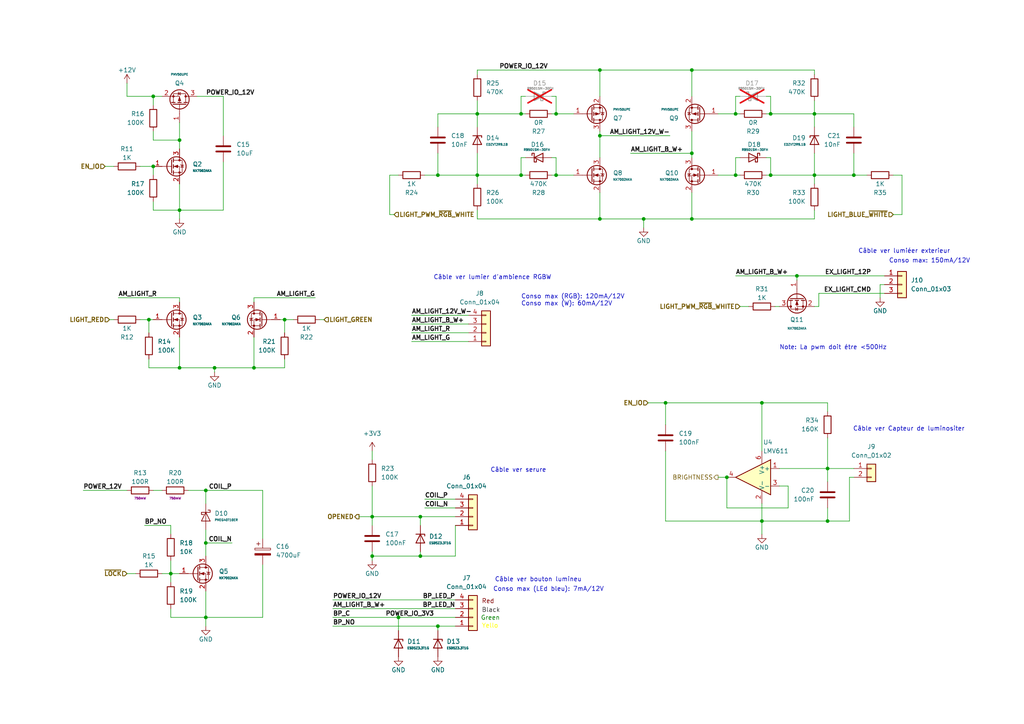
<source format=kicad_sch>
(kicad_sch (version 20231120) (generator "eeschema") (generator_version "8.0")
  (paper "A4")
  (lib_symbols
    (symbol "AM163:LMV611" (pin_names (offset 0.127))
      (property "Reference" "U" (at 3.81 3.81 0))
      (property "Value" "LMV611" (at 3.81 -3.81 0))
      (symbol "LMV611_0_1"
        (polyline (pts (xy -5.08 5.08) (xy 5.08 0) (xy -5.08 -5.08) (xy -5.08 5.08)) (stroke (width 0.254)) (fill (type background)))
      )
      (symbol "LMV611_1_1"
        (pin input line (at -7.62 2.54 0) (length 2.54) (name "+") (number "1"))
        (pin power_in line (at -2.54 -7.62 90) (length 3.81) (name "V-") (number "2"))
        (pin input line (at -7.62 -2.54 0) (length 2.54) (name "-") (number "3"))
        (pin output line (at 7.62 0 180) (length 2.54) (name "~") (number "4"))
        (pin power_in line (at -2.54 7.62 270) (length 3.81) (name "V+") (number "6"))
      )
    )
    (symbol "Connector_Generic:Conn_01x02" (pin_names (offset 1.016) hide)
      (property "Reference" "J" (at 0 2.54 0))
      (property "Value" "Conn_01x02" (at 0 -5.08 0))
      (symbol "Conn_01x02_1_1"
        (rectangle (start -1.27 -2.413) (end 0 -2.667) (stroke (width 0.1524)))
        (rectangle (start -1.27 0.127) (end 0 -0.127) (stroke (width 0.1524)))
        (rectangle (start -1.27 1.27) (end 1.27 -3.81) (stroke (width 0.254)) (fill (type background)))
        (pin passive line (at -5.08 0 0) (length 3.81) (name "Pin_1") (number "1"))
        (pin passive line (at -5.08 -2.54 0) (length 3.81) (name "Pin_2") (number "2"))
      )
    )
    (symbol "Connector_Generic:Conn_01x03" (pin_names (offset 1.016) hide)
      (property "Reference" "J" (at 0 5.08 0))
      (property "Value" "Conn_01x03" (at 0 -5.08 0))
      (symbol "Conn_01x03_1_1"
        (rectangle (start -1.27 -2.413) (end 0 -2.667) (stroke (width 0.1524)))
        (rectangle (start -1.27 0.127) (end 0 -0.127) (stroke (width 0.1524)))
        (rectangle (start -1.27 2.667) (end 0 2.413) (stroke (width 0.1524)))
        (rectangle (start -1.27 3.81) (end 1.27 -3.81) (stroke (width 0.254)) (fill (type background)))
        (pin passive line (at -5.08 2.54 0) (length 3.81) (name "Pin_1") (number "1"))
        (pin passive line (at -5.08 0 0) (length 3.81) (name "Pin_2") (number "2"))
        (pin passive line (at -5.08 -2.54 0) (length 3.81) (name "Pin_3") (number "3"))
      )
    )
    (symbol "Connector_Generic:Conn_01x04" (pin_names (offset 1.016) hide)
      (property "Reference" "J" (at 0 5.08 0))
      (property "Value" "Conn_01x04" (at 0 -7.62 0))
      (symbol "Conn_01x04_1_1"
        (rectangle (start -1.27 -4.953) (end 0 -5.207) (stroke (width 0.1524)))
        (rectangle (start -1.27 -2.413) (end 0 -2.667) (stroke (width 0.1524)))
        (rectangle (start -1.27 0.127) (end 0 -0.127) (stroke (width 0.1524)))
        (rectangle (start -1.27 2.667) (end 0 2.413) (stroke (width 0.1524)))
        (rectangle (start -1.27 3.81) (end 1.27 -6.35) (stroke (width 0.254)) (fill (type background)))
        (pin passive line (at -5.08 2.54 0) (length 3.81) (name "Pin_1") (number "1"))
        (pin passive line (at -5.08 0 0) (length 3.81) (name "Pin_2") (number "2"))
        (pin passive line (at -5.08 -2.54 0) (length 3.81) (name "Pin_3") (number "3"))
        (pin passive line (at -5.08 -5.08 0) (length 3.81) (name "Pin_4") (number "4"))
      )
    )
    (symbol "Device:C" (pin_numbers hide) (pin_names (offset 0.254))
      (property "Reference" "C" (at 0.635 2.54 0))
      (property "Value" "C" (at 0.635 -2.54 0))
      (symbol "C_0_1"
        (polyline (pts (xy -2.032 -0.762) (xy 2.032 -0.762)) (stroke (width 0.508)))
        (polyline (pts (xy -2.032 0.762) (xy 2.032 0.762)) (stroke (width 0.508)))
      )
      (symbol "C_1_1"
        (pin passive line (at 0 3.81 270) (length 2.794) (name "~") (number "1"))
        (pin passive line (at 0 -3.81 90) (length 2.794) (name "~") (number "2"))
      )
    )
    (symbol "Device:C_Polarized" (pin_numbers hide) (pin_names (offset 0.254))
      (property "Reference" "C" (at 0.635 2.54 0))
      (property "Value" "C_Polarized" (at 0.635 -2.54 0))
      (symbol "C_Polarized_0_1"
        (rectangle (start -2.286 0.508) (end 2.286 1.016))
        (polyline (pts (xy -1.778 2.286) (xy -0.762 2.286)))
        (polyline (pts (xy -1.27 2.794) (xy -1.27 1.778)))
        (rectangle (start 2.286 -0.508) (end -2.286 -1.016) (fill (type outline)))
      )
      (symbol "C_Polarized_1_1"
        (pin passive line (at 0 3.81 270) (length 2.794) (name "~") (number "1"))
        (pin passive line (at 0 -3.81 90) (length 2.794) (name "~") (number "2"))
      )
    )
    (symbol "Device:D_Schottky" (pin_numbers hide) (pin_names (offset 1.016) hide)
      (property "Reference" "D" (at 0 2.54 0))
      (property "Value" "D_Schottky" (at 0 -2.54 0))
      (symbol "D_Schottky_0_1"
        (polyline (pts (xy 1.27 0) (xy -1.27 0)))
        (polyline (pts (xy 1.27 1.27) (xy 1.27 -1.27) (xy -1.27 0) (xy 1.27 1.27)) (stroke (width 0.254)))
        (polyline (pts (xy -1.905 0.635) (xy -1.905 1.27) (xy -1.27 1.27) (xy -1.27 -1.27) (xy -0.635 -1.27) (xy -0.635 -0.635)) (stroke (width 0.254)))
      )
      (symbol "D_Schottky_1_1"
        (pin passive line (at -3.81 0 0) (length 2.54) (name "K") (number "1"))
        (pin passive line (at 3.81 0 180) (length 2.54) (name "A") (number "2"))
      )
    )
    (symbol "Device:D_Zener" (pin_numbers hide) (pin_names (offset 1.016) hide)
      (property "Reference" "D" (at 0 2.54 0))
      (property "Value" "D_Zener" (at 0 -2.54 0))
      (symbol "D_Zener_0_1"
        (polyline (pts (xy 1.27 0) (xy -1.27 0)))
        (polyline (pts (xy -1.27 -1.27) (xy -1.27 1.27) (xy -0.762 1.27)) (stroke (width 0.254)))
        (polyline (pts (xy 1.27 -1.27) (xy 1.27 1.27) (xy -1.27 0) (xy 1.27 -1.27)) (stroke (width 0.254)))
      )
      (symbol "D_Zener_1_1"
        (pin passive line (at -3.81 0 0) (length 2.54) (name "K") (number "1"))
        (pin passive line (at 3.81 0 180) (length 2.54) (name "A") (number "2"))
      )
    )
    (symbol "Device:Q_NMOS_GSD" (pin_names (offset 0) hide)
      (property "Reference" "Q" (at 5.08 1.27 0))
      (property "Value" "Q_NMOS_GSD" (at 5.08 -1.27 0))
      (symbol "Q_NMOS_GSD_0_1"
        (polyline (pts (xy 0.254 0) (xy -2.54 0)))
        (polyline (pts (xy 0.254 1.905) (xy 0.254 -1.905)) (stroke (width 0.254)))
        (polyline (pts (xy 0.762 -1.27) (xy 0.762 -2.286)) (stroke (width 0.254)))
        (polyline (pts (xy 0.762 0.508) (xy 0.762 -0.508)) (stroke (width 0.254)))
        (polyline (pts (xy 0.762 2.286) (xy 0.762 1.27)) (stroke (width 0.254)))
        (polyline (pts (xy 2.54 2.54) (xy 2.54 1.778)))
        (polyline (pts (xy 2.54 -2.54) (xy 2.54 0) (xy 0.762 0)))
        (polyline (pts (xy 0.762 -1.778) (xy 3.302 -1.778) (xy 3.302 1.778) (xy 0.762 1.778)))
        (polyline (pts (xy 1.016 0) (xy 2.032 0.381) (xy 2.032 -0.381) (xy 1.016 0)) (fill (type outline)))
        (polyline (pts (xy 2.794 0.508) (xy 2.921 0.381) (xy 3.683 0.381) (xy 3.81 0.254)))
        (polyline (pts (xy 3.302 0.381) (xy 2.921 -0.254) (xy 3.683 -0.254) (xy 3.302 0.381)))
        (circle (center 1.651 0) (radius 2.794) (stroke (width 0.254)))
        (circle (center 2.54 -1.778) (radius 0.254) (fill (type outline)))
        (circle (center 2.54 1.778) (radius 0.254) (fill (type outline)))
      )
      (symbol "Q_NMOS_GSD_1_1"
        (pin input line (at -5.08 0 0) (length 2.54) (name "G") (number "1"))
        (pin passive line (at 2.54 -5.08 90) (length 2.54) (name "S") (number "2"))
        (pin passive line (at 2.54 5.08 270) (length 2.54) (name "D") (number "3"))
      )
    )
    (symbol "Device:Q_PMOS_GSD" (pin_names (offset 0) hide)
      (property "Reference" "Q" (at 5.08 1.27 0))
      (property "Value" "Q_PMOS_GSD" (at 5.08 -1.27 0))
      (symbol "Q_PMOS_GSD_0_1"
        (polyline (pts (xy 0.254 0) (xy -2.54 0)))
        (polyline (pts (xy 0.254 1.905) (xy 0.254 -1.905)) (stroke (width 0.254)))
        (polyline (pts (xy 0.762 -1.27) (xy 0.762 -2.286)) (stroke (width 0.254)))
        (polyline (pts (xy 0.762 0.508) (xy 0.762 -0.508)) (stroke (width 0.254)))
        (polyline (pts (xy 0.762 2.286) (xy 0.762 1.27)) (stroke (width 0.254)))
        (polyline (pts (xy 2.54 2.54) (xy 2.54 1.778)))
        (polyline (pts (xy 2.54 -2.54) (xy 2.54 0) (xy 0.762 0)))
        (polyline (pts (xy 0.762 1.778) (xy 3.302 1.778) (xy 3.302 -1.778) (xy 0.762 -1.778)))
        (polyline (pts (xy 2.286 0) (xy 1.27 0.381) (xy 1.27 -0.381) (xy 2.286 0)) (fill (type outline)))
        (polyline (pts (xy 2.794 -0.508) (xy 2.921 -0.381) (xy 3.683 -0.381) (xy 3.81 -0.254)))
        (polyline (pts (xy 3.302 -0.381) (xy 2.921 0.254) (xy 3.683 0.254) (xy 3.302 -0.381)))
        (circle (center 1.651 0) (radius 2.794) (stroke (width 0.254)))
        (circle (center 2.54 -1.778) (radius 0.254) (fill (type outline)))
        (circle (center 2.54 1.778) (radius 0.254) (fill (type outline)))
      )
      (symbol "Q_PMOS_GSD_1_1"
        (pin input line (at -5.08 0 0) (length 2.54) (name "G") (number "1"))
        (pin passive line (at 2.54 -5.08 90) (length 2.54) (name "S") (number "2"))
        (pin passive line (at 2.54 5.08 270) (length 2.54) (name "D") (number "3"))
      )
    )
    (symbol "Device:R" (pin_numbers hide) (pin_names (offset 0))
      (property "Reference" "R" (at 2.032 0 90))
      (property "Value" "R" (at 0 0 90))
      (symbol "R_0_1"
        (rectangle (start -1.016 -2.54) (end 1.016 2.54) (stroke (width 0.254)))
      )
      (symbol "R_1_1"
        (pin passive line (at 0 3.81 270) (length 1.27) (name "~") (number "1"))
        (pin passive line (at 0 -3.81 90) (length 1.27) (name "~") (number "2"))
      )
    )
    (symbol "Diode:ESD5Zxx" (pin_numbers hide) (pin_names hide)
      (property "Reference" "D" (at 0 2.54 0))
      (property "Value" "ESD5Zxx" (at 0 -2.54 0))
      (symbol "ESD5Zxx_0_1"
        (polyline (pts (xy 1.27 0) (xy -1.27 0)))
        (polyline (pts (xy -1.27 -1.27) (xy -1.27 1.27) (xy -0.762 1.27)) (stroke (width 0.254)))
        (polyline (pts (xy 1.27 -1.27) (xy 1.27 1.27) (xy -1.27 0) (xy 1.27 -1.27)) (stroke (width 0.254)))
      )
      (symbol "ESD5Zxx_1_1"
        (pin passive line (at -3.81 0 0) (length 2.54) (name "K") (number "1"))
        (pin passive line (at 3.81 0 180) (length 2.54) (name "A") (number "2"))
      )
    )
    (symbol "Diode:PMEG40T10ER" (pin_numbers hide) (pin_names hide)
      (property "Reference" "D" (at 0 2.54 0))
      (property "Value" "PMEG40T10ER" (at 0 -2.54 0))
      (symbol "PMEG40T10ER_0_1"
        (polyline (pts (xy 1.27 0) (xy -1.27 0)))
        (polyline (pts (xy 1.27 1.27) (xy 1.27 -1.27) (xy -1.27 0) (xy 1.27 1.27)) (stroke (width 0.2032)))
        (polyline (pts (xy -1.905 0.635) (xy -1.905 1.27) (xy -1.27 1.27) (xy -1.27 -1.27) (xy -0.635 -1.27) (xy -0.635 -0.635)) (stroke (width 0.2032)))
      )
      (symbol "PMEG40T10ER_1_1"
        (pin passive line (at -3.81 0 0) (length 2.54) (name "K") (number "1"))
        (pin passive line (at 3.81 0 180) (length 2.54) (name "A") (number "2"))
      )
    )
    (symbol "power:+12V" (power) (pin_names (offset 0))
      (property "Value" "+12V" (at 0 3.556 0))
      (symbol "+12V_0_1"
        (polyline (pts (xy -0.762 1.27) (xy 0 2.54)))
        (polyline (pts (xy 0 0) (xy 0 2.54)))
        (polyline (pts (xy 0 2.54) (xy 0.762 1.27)))
      )
      (symbol "+12V_1_1"
        (pin power_in line (at 0 0 90) (length 0) hide (name "+12V") (number "1"))
      )
    )
    (symbol "power:+3V3" (power) (pin_names (offset 0))
      (property "Value" "+3V3" (at 0 3.556 0))
      (symbol "+3V3_0_1"
        (polyline (pts (xy -0.762 1.27) (xy 0 2.54)))
        (polyline (pts (xy 0 0) (xy 0 2.54)))
        (polyline (pts (xy 0 2.54) (xy 0.762 1.27)))
      )
      (symbol "+3V3_1_1"
        (pin power_in line (at 0 0 90) (length 0) hide (name "+3V3") (number "1"))
      )
    )
    (symbol "power:GND" (power) (pin_names (offset 0))
      (property "Value" "GND" (at 0 -3.81 0))
      (symbol "GND_0_1"
        (polyline (pts (xy 0 0) (xy 0 -1.27) (xy 1.27 -1.27) (xy 0 -2.54) (xy -1.27 -1.27) (xy 0 -1.27)))
      )
      (symbol "GND_1_1"
        (pin power_in line (at 0 0 270) (length 0) hide (name "GND") (number "1"))
      )
    )
  )
  (junction (at 127 181.61))
  (junction (at 173.99 20.32))
  (junction (at 52.07 106.68))
  (junction (at 44.45 27.94))
  (junction (at 151.13 50.8))
  (junction (at 43.18 92.71))
  (junction (at 173.99 39.37))
  (junction (at 62.23 106.68))
  (junction (at 220.98 116.84))
  (junction (at 161.29 50.8))
  (junction (at 121.92 149.86))
  (junction (at 210.82 138.43))
  (junction (at 107.95 161.29))
  (junction (at 107.95 149.86))
  (junction (at 247.65 50.8))
  (junction (at 200.66 63.5))
  (junction (at 127 50.8))
  (junction (at 161.29 33.02))
  (junction (at 82.55 92.71))
  (junction (at 236.22 33.02))
  (junction (at 213.36 33.02))
  (junction (at 138.43 50.8))
  (junction (at 138.43 33.02))
  (junction (at 59.69 157.48))
  (junction (at 49.53 166.37))
  (junction (at 213.36 50.8))
  (junction (at 223.52 33.02))
  (junction (at 151.13 33.02))
  (junction (at 200.66 44.45))
  (junction (at 220.98 151.13))
  (junction (at 240.03 135.89))
  (junction (at 186.69 63.5))
  (junction (at 73.66 106.68))
  (junction (at 59.69 179.07))
  (junction (at 59.69 142.24))
  (junction (at 200.66 20.32))
  (junction (at 193.04 116.84))
  (junction (at 173.99 63.5))
  (junction (at 52.07 60.96))
  (junction (at 44.45 48.26))
  (junction (at 240.03 151.13))
  (junction (at 231.14 80.01))
  (junction (at 115.57 179.07))
  (junction (at 121.92 161.29))
  (junction (at 236.22 50.8))
  (junction (at 223.52 50.8))
  (junction (at 52.07 40.64))
  (wire (pts (xy 193.04 151.13) (xy 220.98 151.13)))
  (wire (pts (xy 62.23 106.68) (xy 73.66 106.68)))
  (wire (pts (xy 222.25 33.02) (xy 223.52 33.02)))
  (wire (pts (xy 237.49 85.09) (xy 256.54 85.09)))
  (wire (pts (xy 186.69 63.5) (xy 200.66 63.5)))
  (wire (pts (xy 255.27 82.55) (xy 255.27 86.36)))
  (wire (pts (xy 194.31 39.37) (xy 173.99 39.37)))
  (wire (pts (xy 173.99 55.88) (xy 173.99 63.5)))
  (wire (pts (xy 119.38 96.52) (xy 135.89 96.52)))
  (wire (pts (xy 96.52 176.53) (xy 132.08 176.53)))
  (wire (pts (xy 236.22 21.59) (xy 236.22 20.32)))
  (wire (pts (xy 151.13 33.02) (xy 138.43 33.02)))
  (wire (pts (xy 220.98 151.13) (xy 240.03 151.13)))
  (wire (pts (xy 127 181.61) (xy 132.08 181.61)))
  (wire (pts (xy 223.52 33.02) (xy 236.22 33.02)))
  (wire (pts (xy 104.14 149.86) (xy 107.95 149.86)))
  (wire (pts (xy 121.92 161.29) (xy 132.08 161.29)))
  (wire (pts (xy 52.07 35.56) (xy 52.07 40.64)))
  (wire (pts (xy 138.43 60.96) (xy 138.43 63.5)))
  (wire (pts (xy 44.45 60.96) (xy 52.07 60.96)))
  (wire (pts (xy 121.92 149.86) (xy 132.08 149.86)))
  (wire (pts (xy 41.91 152.4) (xy 49.53 152.4)))
  (wire (pts (xy 236.22 50.8) (xy 223.52 50.8)))
  (wire (pts (xy 214.63 50.8) (xy 213.36 50.8)))
  (wire (pts (xy 82.55 106.68) (xy 73.66 106.68)))
  (wire (pts (xy 115.57 179.07) (xy 132.08 179.07)))
  (wire (pts (xy 200.66 38.1) (xy 200.66 44.45)))
  (wire (pts (xy 52.07 106.68) (xy 62.23 106.68)))
  (wire (pts (xy 59.69 171.45) (xy 59.69 179.07)))
  (wire (pts (xy 173.99 20.32) (xy 173.99 27.94)))
  (wire (pts (xy 76.2 179.07) (xy 59.69 179.07)))
  (wire (pts (xy 231.14 80.01) (xy 231.14 81.28)))
  (wire (pts (xy 44.45 40.64) (xy 52.07 40.64)))
  (wire (pts (xy 246.38 138.43) (xy 247.65 138.43)))
  (wire (pts (xy 236.22 29.21) (xy 236.22 33.02)))
  (wire (pts (xy 236.22 33.02) (xy 236.22 36.83)))
  (wire (pts (xy 46.99 166.37) (xy 49.53 166.37)))
  (wire (pts (xy 59.69 179.07) (xy 59.69 181.61)))
  (wire (pts (xy 119.38 93.98) (xy 135.89 93.98)))
  (wire (pts (xy 240.03 151.13) (xy 246.38 151.13)))
  (wire (pts (xy 138.43 20.32) (xy 138.43 21.59)))
  (wire (pts (xy 52.07 53.34) (xy 52.07 60.96)))
  (wire (pts (xy 213.36 80.01) (xy 231.14 80.01)))
  (wire (pts (xy 36.83 166.37) (xy 39.37 166.37)))
  (wire (pts (xy 59.69 142.24) (xy 76.2 142.24)))
  (wire (pts (xy 236.22 50.8) (xy 236.22 53.34)))
  (wire (pts (xy 52.07 60.96) (xy 52.07 63.5)))
  (wire (pts (xy 49.53 166.37) (xy 49.53 168.91)))
  (wire (pts (xy 220.98 146.05) (xy 220.98 151.13)))
  (wire (pts (xy 160.02 27.94) (xy 161.29 27.94)))
  (wire (pts (xy 240.03 139.7) (xy 240.03 135.89)))
  (wire (pts (xy 59.69 157.48) (xy 67.31 157.48)))
  (wire (pts (xy 59.69 146.05) (xy 59.69 142.24)))
  (wire (pts (xy 138.43 33.02) (xy 138.43 36.83)))
  (wire (pts (xy 240.03 147.32) (xy 240.03 151.13)))
  (wire (pts (xy 228.6 140.97) (xy 228.6 147.32)))
  (wire (pts (xy 240.03 116.84) (xy 240.03 119.38)))
  (wire (pts (xy 173.99 39.37) (xy 173.99 45.72)))
  (wire (pts (xy 161.29 45.72) (xy 161.29 50.8)))
  (wire (pts (xy 107.95 130.81) (xy 107.95 133.35)))
  (wire (pts (xy 43.18 92.71) (xy 44.45 92.71)))
  (wire (pts (xy 73.66 97.79) (xy 73.66 106.68)))
  (wire (pts (xy 237.49 88.9) (xy 237.49 85.09)))
  (wire (pts (xy 161.29 27.94) (xy 161.29 33.02)))
  (wire (pts (xy 82.55 92.71) (xy 82.55 96.52)))
  (wire (pts (xy 36.83 27.94) (xy 44.45 27.94)))
  (wire (pts (xy 261.62 62.23) (xy 261.62 50.8)))
  (wire (pts (xy 115.57 179.07) (xy 115.57 182.88)))
  (wire (pts (xy 44.45 142.24) (xy 46.99 142.24)))
  (wire (pts (xy 62.23 106.68) (xy 62.23 107.95)))
  (wire (pts (xy 200.66 44.45) (xy 200.66 45.72)))
  (wire (pts (xy 231.14 80.01) (xy 256.54 80.01)))
  (wire (pts (xy 138.43 29.21) (xy 138.43 33.02)))
  (wire (pts (xy 52.07 97.79) (xy 52.07 106.68)))
  (wire (pts (xy 59.69 153.67) (xy 59.69 157.48)))
  (wire (pts (xy 59.69 157.48) (xy 59.69 161.29)))
  (wire (pts (xy 186.69 63.5) (xy 186.69 66.04)))
  (wire (pts (xy 151.13 45.72) (xy 151.13 50.8)))
  (wire (pts (xy 200.66 27.94) (xy 200.66 20.32)))
  (wire (pts (xy 160.02 50.8) (xy 161.29 50.8)))
  (wire (pts (xy 44.45 38.1) (xy 44.45 40.64)))
  (wire (pts (xy 138.43 63.5) (xy 173.99 63.5)))
  (wire (pts (xy 52.07 86.36) (xy 52.07 87.63)))
  (wire (pts (xy 96.52 179.07) (xy 115.57 179.07)))
  (wire (pts (xy 73.66 86.36) (xy 73.66 87.63)))
  (wire (pts (xy 64.77 60.96) (xy 52.07 60.96)))
  (wire (pts (xy 123.19 147.32) (xy 132.08 147.32)))
  (wire (pts (xy 82.55 92.71) (xy 85.09 92.71)))
  (wire (pts (xy 107.95 149.86) (xy 121.92 149.86)))
  (wire (pts (xy 151.13 50.8) (xy 152.4 50.8)))
  (wire (pts (xy 223.52 45.72) (xy 223.52 50.8)))
  (wire (pts (xy 213.36 27.94) (xy 213.36 33.02)))
  (wire (pts (xy 52.07 40.64) (xy 52.07 43.18)))
  (wire (pts (xy 43.18 104.14) (xy 43.18 106.68)))
  (wire (pts (xy 200.66 63.5) (xy 236.22 63.5)))
  (wire (pts (xy 236.22 44.45) (xy 236.22 50.8)))
  (wire (pts (xy 223.52 27.94) (xy 223.52 33.02)))
  (wire (pts (xy 173.99 38.1) (xy 173.99 39.37)))
  (wire (pts (xy 114.3 62.23) (xy 113.03 62.23)))
  (wire (pts (xy 200.66 55.88) (xy 200.66 63.5)))
  (wire (pts (xy 226.06 140.97) (xy 228.6 140.97)))
  (wire (pts (xy 107.95 149.86) (xy 107.95 152.4)))
  (wire (pts (xy 46.99 27.94) (xy 44.45 27.94)))
  (wire (pts (xy 251.46 50.8) (xy 247.65 50.8)))
  (wire (pts (xy 30.48 48.26) (xy 33.02 48.26)))
  (wire (pts (xy 152.4 27.94) (xy 151.13 27.94)))
  (wire (pts (xy 76.2 163.83) (xy 76.2 179.07)))
  (wire (pts (xy 200.66 20.32) (xy 236.22 20.32)))
  (wire (pts (xy 121.92 149.86) (xy 121.92 152.4)))
  (wire (pts (xy 210.82 147.32) (xy 228.6 147.32)))
  (wire (pts (xy 43.18 106.68) (xy 52.07 106.68)))
  (wire (pts (xy 226.06 135.89) (xy 240.03 135.89)))
  (wire (pts (xy 138.43 50.8) (xy 138.43 53.34)))
  (wire (pts (xy 200.66 20.32) (xy 173.99 20.32)))
  (wire (pts (xy 49.53 176.53) (xy 49.53 179.07)))
  (wire (pts (xy 151.13 27.94) (xy 151.13 33.02)))
  (wire (pts (xy 40.64 92.71) (xy 43.18 92.71)))
  (wire (pts (xy 223.52 50.8) (xy 222.25 50.8)))
  (wire (pts (xy 160.02 45.72) (xy 161.29 45.72)))
  (wire (pts (xy 161.29 50.8) (xy 166.37 50.8)))
  (wire (pts (xy 82.55 104.14) (xy 82.55 106.68)))
  (wire (pts (xy 240.03 135.89) (xy 247.65 135.89)))
  (wire (pts (xy 193.04 116.84) (xy 220.98 116.84)))
  (wire (pts (xy 193.04 116.84) (xy 193.04 123.19)))
  (wire (pts (xy 247.65 44.45) (xy 247.65 50.8)))
  (wire (pts (xy 182.88 44.45) (xy 200.66 44.45)))
  (wire (pts (xy 152.4 45.72) (xy 151.13 45.72)))
  (wire (pts (xy 222.25 27.94) (xy 223.52 27.94)))
  (wire (pts (xy 236.22 88.9) (xy 237.49 88.9)))
  (wire (pts (xy 220.98 151.13) (xy 220.98 154.94)))
  (wire (pts (xy 119.38 99.06) (xy 135.89 99.06)))
  (wire (pts (xy 49.53 162.56) (xy 49.53 166.37)))
  (wire (pts (xy 96.52 181.61) (xy 127 181.61)))
  (wire (pts (xy 247.65 50.8) (xy 236.22 50.8)))
  (wire (pts (xy 113.03 62.23) (xy 113.03 50.8)))
  (wire (pts (xy 208.28 33.02) (xy 213.36 33.02)))
  (wire (pts (xy 222.25 45.72) (xy 223.52 45.72)))
  (wire (pts (xy 236.22 60.96) (xy 236.22 63.5)))
  (wire (pts (xy 187.96 116.84) (xy 193.04 116.84)))
  (wire (pts (xy 57.15 27.94) (xy 64.77 27.94)))
  (wire (pts (xy 127 50.8) (xy 138.43 50.8)))
  (wire (pts (xy 138.43 50.8) (xy 151.13 50.8)))
  (wire (pts (xy 213.36 45.72) (xy 213.36 50.8)))
  (wire (pts (xy 44.45 48.26) (xy 44.45 50.8)))
  (wire (pts (xy 107.95 161.29) (xy 121.92 161.29)))
  (wire (pts (xy 220.98 130.81) (xy 220.98 116.84)))
  (wire (pts (xy 123.19 50.8) (xy 127 50.8)))
  (wire (pts (xy 64.77 46.99) (xy 64.77 60.96)))
  (wire (pts (xy 107.95 140.97) (xy 107.95 149.86)))
  (wire (pts (xy 127 33.02) (xy 138.43 33.02)))
  (wire (pts (xy 127 36.83) (xy 127 33.02)))
  (wire (pts (xy 107.95 161.29) (xy 107.95 162.56)))
  (wire (pts (xy 224.79 88.9) (xy 226.06 88.9)))
  (wire (pts (xy 193.04 130.81) (xy 193.04 151.13)))
  (wire (pts (xy 240.03 127) (xy 240.03 135.89)))
  (wire (pts (xy 96.52 173.99) (xy 132.08 173.99)))
  (wire (pts (xy 54.61 142.24) (xy 59.69 142.24)))
  (wire (pts (xy 161.29 33.02) (xy 160.02 33.02)))
  (wire (pts (xy 92.71 92.71) (xy 93.98 92.71)))
  (wire (pts (xy 64.77 27.94) (xy 64.77 39.37)))
  (wire (pts (xy 43.18 92.71) (xy 43.18 96.52)))
  (wire (pts (xy 246.38 138.43) (xy 246.38 151.13)))
  (wire (pts (xy 214.63 45.72) (xy 213.36 45.72)))
  (wire (pts (xy 36.83 24.13) (xy 36.83 27.94)))
  (wire (pts (xy 247.65 36.83) (xy 247.65 33.02)))
  (wire (pts (xy 213.36 50.8) (xy 208.28 50.8)))
  (wire (pts (xy 44.45 58.42) (xy 44.45 60.96)))
  (wire (pts (xy 107.95 160.02) (xy 107.95 161.29)))
  (wire (pts (xy 138.43 44.45) (xy 138.43 50.8)))
  (wire (pts (xy 73.66 86.36) (xy 91.44 86.36)))
  (wire (pts (xy 81.28 92.71) (xy 82.55 92.71)))
  (wire (pts (xy 132.08 152.4) (xy 132.08 161.29)))
  (wire (pts (xy 127 44.45) (xy 127 50.8)))
  (wire (pts (xy 220.98 116.84) (xy 240.03 116.84)))
  (wire (pts (xy 213.36 33.02) (xy 214.63 33.02)))
  (wire (pts (xy 49.53 152.4) (xy 49.53 154.94)))
  (wire (pts (xy 121.92 160.02) (xy 121.92 161.29)))
  (wire (pts (xy 173.99 63.5) (xy 186.69 63.5)))
  (wire (pts (xy 261.62 50.8) (xy 259.08 50.8)))
  (wire (pts (xy 138.43 20.32) (xy 173.99 20.32)))
  (wire (pts (xy 113.03 50.8) (xy 115.57 50.8)))
  (wire (pts (xy 214.63 27.94) (xy 213.36 27.94)))
  (wire (pts (xy 127 181.61) (xy 127 182.88)))
  (wire (pts (xy 119.38 91.44) (xy 135.89 91.44)))
  (wire (pts (xy 152.4 33.02) (xy 151.13 33.02)))
  (wire (pts (xy 44.45 27.94) (xy 44.45 30.48)))
  (wire (pts (xy 40.64 48.26) (xy 44.45 48.26)))
  (wire (pts (xy 210.82 147.32) (xy 210.82 138.43)))
  (wire (pts (xy 247.65 33.02) (xy 236.22 33.02)))
  (wire (pts (xy 214.63 88.9) (xy 217.17 88.9)))
  (wire (pts (xy 76.2 156.21) (xy 76.2 142.24)))
  (wire (pts (xy 208.28 138.43) (xy 210.82 138.43)))
  (wire (pts (xy 123.19 144.78) (xy 132.08 144.78)))
  (wire (pts (xy 49.53 166.37) (xy 52.07 166.37)))
  (wire (pts (xy 31.75 92.71) (xy 33.02 92.71)))
  (wire (pts (xy 49.53 179.07) (xy 59.69 179.07)))
  (wire (pts (xy 261.62 62.23) (xy 259.08 62.23)))
  (wire (pts (xy 166.37 33.02) (xy 161.29 33.02)))
  (wire (pts (xy 24.13 142.24) (xy 36.83 142.24)))
  (wire (pts (xy 255.27 82.55) (xy 256.54 82.55)))
  (wire (pts (xy 34.29 86.36) (xy 52.07 86.36)))
  (text "Conso max: 150mA/12V" (at 257.81 76.454 0) (effects (font (size 1.27 1.27)) (justify left bottom)))
  (text "Green" (at 139.446 180.086 0) (effects (font (size 1.27 1.27)) (justify left bottom)))
  (text "Red" (at 139.7 175.26 0) (effects (font (size 1.27 1.27)) (justify left bottom)))
  (text "Câble ver serure" (at 142.24 137.16 0) (effects (font (size 1.27 1.27)) (justify left bottom)))
  (text "Câble ver lumiéer exterieur" (at 248.92 73.66 0) (effects (font (size 1.27 1.27)) (justify left bottom)))
  (text "Yello" (at 139.7 182.372 0) (effects (font (size 1.27 1.27)) (justify left bottom)))
  (text "Black" (at 139.7 177.8 0) (effects (font (size 1.27 1.27)) (justify left bottom)))
  (text "Câble ver Capteur de luminositer" (at 247.396 125.222 0) (effects (font (size 1.27 1.27)) (justify left bottom)))
  (text "Conso max (LEd bleu): 7mA/12V" (at 143.002 171.704 0) (effects (font (size 1.27 1.27)) (justify left bottom)))
  (text "Câble ver lumier d'ambience RGBW" (at 125.73 81.28 0) (effects (font (size 1.27 1.27)) (justify left bottom)))
  (text "Conso max (RGB): 120mA/12V\nConso max (W): 60mA/12V" (at 151.13 88.9 0) (effects (font (size 1.27 1.27)) (justify left bottom)))
  (text "Note: La pwm doit étre <500Hz" (at 226.06 101.6 0) (effects (font (size 1.27 1.27)) (justify left bottom)))
  (text "Câble ver bouton lumineu" (at 143.51 168.91 0) (effects (font (size 1.27 1.27)) (justify left bottom)))
  (label "AM_LIGHT_R" (at 119.38 96.52 0) (effects (font (bold yes))))
  (label "COIL_N" (at 67.31 157.48 180) (effects (font (bold yes))))
  (label "AM_LIGHT_G" (at 119.38 99.06 0) (effects (font (bold yes))))
  (label "COIL_N" (at 123.19 147.32 0) (effects (font (bold yes))))
  (label "AM_LIGHT_G" (at 91.44 86.36 180) (effects (font (bold yes))))
  (label "AM_LIGHT_12V_W-" (at 194.31 39.37 180) (effects (font (bold yes))))
  (label "POWER_IO_12V" (at 59.69 27.94 0) (effects (font (bold yes))))
  (label "AM_LIGHT_B_W+" (at 119.38 93.98 0) (effects (font (bold yes))))
  (label "BP_LED_P" (at 132.08 173.99 180) (effects (font (bold yes))))
  (label "EX_LIGHT_CMD" (at 252.73 85.09 180) (effects (font (bold yes))))
  (label "BP_NO" (at 96.52 181.61 0) (effects (font (bold yes))))
  (label "AM_LIGHT_R" (at 34.29 86.36 0) (effects (font (bold yes))))
  (label "COIL_P" (at 123.19 144.78 0) (effects (font (bold yes))))
  (label "BP_C" (at 96.52 179.07 0) (effects (font (bold yes))))
  (label "POWER_IO_3V3" (at 111.76 179.07 0) (effects (font (bold yes))))
  (label "BP_NO" (at 41.91 152.4 0) (effects (font (bold yes))))
  (label "POWER_IO_12V" (at 96.52 173.99 0) (effects (font (bold yes))))
  (label "POWER_IO_12V" (at 144.78 20.32 0) (effects (font (bold yes))))
  (label "AM_LIGHT_B_W+" (at 96.52 176.53 0) (effects (font (bold yes))))
  (label "COIL_P" (at 67.31 142.24 180) (effects (font (bold yes))))
  (label "EX_LIGHT_12P" (at 252.73 80.01 180) (effects (font (bold yes))))
  (label "AM_LIGHT_B_W+" (at 182.88 44.45 0) (effects (font (bold yes))))
  (label "POWER_12V" (at 24.13 142.24 0) (effects (font (bold yes))))
  (label "BP_LED_N" (at 132.08 176.53 180) (effects (font (bold yes))))
  (label "AM_LIGHT_12V_W-" (at 119.38 91.44 0) (effects (font (bold yes))))
  (label "AM_LIGHT_B_W+" (at 213.36 80.01 0) (effects (font (bold yes))))
  (hierarchical_label "EN_IO" (shape input) (at 187.96 116.84 180) (effects (font (bold yes))))
  (hierarchical_label "LIGHT_PWM_~{RGB}_WHITE" (shape input) (at 214.63 88.9 180) (effects (font (bold yes))))
  (hierarchical_label "LIGHT_BLUE_~{WHITE}" (shape input) (at 259.08 62.23 180) (effects (font (bold yes))))
  (hierarchical_label "LIGHT_PWM_~{RGB}_WHITE" (shape input) (at 114.3 62.23 0) (effects (font (bold yes))))
  (hierarchical_label "EN_IO" (shape input) (at 30.48 48.26 180) (effects (font (bold yes))))
  (hierarchical_label "BRIGHTNESS" (shape output) (at 208.28 138.43 180))
  (hierarchical_label "LIGHT_GREEN" (shape input) (at 93.98 92.71 0) (effects (font (bold yes))))
  (hierarchical_label "OPENED" (shape output) (at 104.14 149.86 180) (effects (font (bold yes))))
  (hierarchical_label "~{LOCK}" (shape input) (at 36.83 166.37 180) (effects (font (bold yes))))
  (hierarchical_label "LIGHT_RED" (shape input) (at 31.75 92.71 180) (effects (font (bold yes))))
  (symbol (lib_id "Device:R") (at 220.98 88.9 90) (unit 1)
    (property "Reference" "R31" (at 220.98 83.82 90))
    (property "Value" "1K" (at 220.98 86.36 90))
    (property "Footprint" "Resistor_SMD:R_0402_1005Metric_Pad0.72x0.64mm_HandSolder" (effects (hide yes)))
  )
  (symbol (lib_id "Device:D_Zener") (at 138.43 40.64 270) (unit 1)
    (property "Reference" "D14" (at 140.97 40.0049 90) (effects (justify left)))
    (property "Value" "EDZVT2R9.1B" (at 140.97 41.91 90) (effects (font (size 0.635 0.635)) (justify left)))
    (property "Footprint" "Diode_SMD:D_SOD-523" (effects (hide yes)))
    (property "Datasheet" "https://fscdn.rohm.com/en/products/databook/datasheet/discrete/diode/zener/edzvt2r9.1b-e.pdf" (effects (hide yes)))
    (property "Description" "Zener diode" (effects (hide yes)))
    (property "Vendor" "ROHM:EDZVT2R9.1B" (effects (hide yes)))
  )
  (symbol (lib_id "Device:D_Schottky") (at 156.21 27.94 0) (mirror y) (unit 1) (dnp yes)
    (property "Reference" "D15" (at 156.5275 24.13 0))
    (property "Value" "RB501SM-30FH" (at 156.718 25.654 0) (effects (font (size 0.635 0.635))))
    (property "Footprint" "Diode_SMD:D_SOD-523" (effects (hide yes)))
    (property "Datasheet" "https://fscdn.rohm.com/en/products/databook/datasheet/discrete/diode/schottky_barrier/rb501sm-30fht2r-e.pdf" (effects (hide yes)))
    (property "Description" "Schottky diode" (effects (hide yes)))
    (property "Vendor" "ROHM:RB501SM-30FH" (effects (hide yes)))
  )
  (symbol (lib_id "Device:Q_NMOS_GSD") (at 57.15 166.37 0) (unit 1)
    (property "Reference" "Q5" (at 63.5 165.735 0) (effects (justify left)))
    (property "Value" "NX7002AKA" (at 63.5 167.64 0) (effects (font (size 0.635 0.635)) (justify left)))
    (property "Footprint" "Package_TO_SOT_SMD:SOT-23" (effects (hide yes)))
    (property "Datasheet" "https://www.farnell.com/datasheets/3621496.pdf" (effects (hide yes)))
    (property "Vendor" "Nexperia:NX7002AKA" (effects (hide yes)))
  )
  (symbol (lib_id "Device:C") (at 193.04 127 0) (unit 1)
    (property "Reference" "C19" (at 196.85 125.73 0) (effects (justify left)))
    (property "Value" "100nF" (at 196.85 128.27 0) (effects (justify left)))
    (property "Footprint" "Capacitor_SMD:C_0402_1005Metric_Pad0.74x0.62mm_HandSolder" (effects (hide yes)))
  )
  (symbol (lib_id "Connector_Generic:Conn_01x03") (at 261.62 82.55 0) (unit 1)
    (property "Reference" "J10" (at 264.16 81.28 0) (effects (justify left)))
    (property "Value" "Conn_01x03" (at 264.16 83.82 0) (effects (justify left)))
    (property "Footprint" "Connector_JST:JST_PH_B3B-PH-K_1x03_P2.00mm_Vertical" (effects (hide yes)))
    (property "Datasheet" "https://www.jst.fr/core/file.get?path=doc/jst/family/pdf/ePH.pdf" (effects (hide yes)))
    (property "Vendor" "JST:B3B-PH-K-S" (effects (hide yes)))
  )
  (symbol (lib_id "Device:D_Schottky") (at 218.44 27.94 0) (unit 1) (dnp yes)
    (property "Reference" "D17" (at 218.1225 24.13 0))
    (property "Value" "RB501SM-30FH" (at 217.932 25.654 0) (effects (font (size 0.635 0.635))))
    (property "Footprint" "Diode_SMD:D_SOD-523" (effects (hide yes)))
    (property "Datasheet" "https://fscdn.rohm.com/en/products/databook/datasheet/discrete/diode/schottky_barrier/rb501sm-30fht2r-e.pdf" (effects (hide yes)))
    (property "Description" "Schottky diode" (effects (hide yes)))
    (property "Vendor" "ROHM:RB501SM-30FH" (effects (hide yes)))
  )
  (symbol (lib_id "Device:R") (at 44.45 34.29 0) (mirror y) (unit 1)
    (property "Reference" "R16" (at 41.91 33.0199 0) (effects (justify left)))
    (property "Value" "100K" (at 41.91 35.5599 0) (effects (justify left)))
    (property "Footprint" "Resistor_SMD:R_0402_1005Metric_Pad0.72x0.64mm_HandSolder" (effects (hide yes)))
  )
  (symbol (lib_id "Device:Q_NMOS_GSD") (at 49.53 92.71 0) (unit 1)
    (property "Reference" "Q3" (at 55.88 92.075 0) (effects (justify left)))
    (property "Value" "NX7002AKA" (at 55.88 93.98 0) (effects (font (size 0.635 0.635)) (justify left)))
    (property "Footprint" "Package_TO_SOT_SMD:SOT-23" (effects (hide yes)))
    (property "Datasheet" "https://www.farnell.com/datasheets/3621496.pdf" (effects (hide yes)))
    (property "Vendor" "Nexperia:NX7002AKA" (effects (hide yes)))
  )
  (symbol (lib_id "power:GND") (at 59.69 181.61 0) (unit 1)
    (property "Reference" "#PWR025" (effects (hide yes)))
    (property "Value" "GND" (at 59.69 185.42 0))
  )
  (symbol (lib_id "Connector_Generic:Conn_01x04") (at 140.97 96.52 0) (mirror x) (unit 1)
    (property "Reference" "J8" (at 139.1285 85.09 0))
    (property "Value" "Conn_01x04" (at 139.1285 87.63 0))
    (property "Footprint" "Connector_JST:JST_PH_B4B-PH-K_1x04_P2.00mm_Vertical" (effects (hide yes)))
    (property "Datasheet" "https://www.jst.fr/core/file.get?path=doc/jst/family/pdf/ePH.pdf" (effects (hide yes)))
    (property "Vendor" "JST:B4B-PH-K-S" (effects (hide yes)))
  )
  (symbol (lib_id "Connector_Generic:Conn_01x02") (at 252.73 135.89 0) (unit 1)
    (property "Reference" "J9" (at 252.73 129.54 0))
    (property "Value" "Conn_01x02" (at 252.73 132.08 0))
    (property "Footprint" "Connector_JST:JST_PH_B2B-PH-K_1x02_P2.00mm_Vertical" (effects (hide yes)))
    (property "Datasheet" "https://www.jst.fr/core/file.get?path=doc/jst/family/pdf/ePH.pdf" (effects (hide yes)))
    (property "Vendor" "JST:B2B-PH-K-S" (effects (hide yes)))
  )
  (symbol (lib_id "Device:R") (at 119.38 50.8 90) (mirror x) (unit 1)
    (property "Reference" "R24" (at 119.38 55.88 90))
    (property "Value" "1K" (at 119.38 53.34 90))
    (property "Footprint" "Resistor_SMD:R_0402_1005Metric_Pad0.72x0.64mm_HandSolder" (effects (hide yes)))
  )
  (symbol (lib_id "Device:R") (at 36.83 92.71 90) (mirror x) (unit 1)
    (property "Reference" "R12" (at 36.83 97.79 90))
    (property "Value" "1K" (at 36.83 95.25 90))
    (property "Footprint" "Resistor_SMD:R_0402_1005Metric_Pad0.72x0.64mm_HandSolder" (effects (hide yes)))
  )
  (symbol (lib_id "power:GND") (at 115.57 190.5 0) (unit 1)
    (property "Reference" "#PWR029" (effects (hide yes)))
    (property "Value" "GND" (at 115.57 194.31 0))
  )
  (symbol (lib_id "Device:Q_NMOS_GSD") (at 203.2 50.8 0) (mirror y) (unit 1)
    (property "Reference" "Q10" (at 196.85 50.165 0) (effects (justify left)))
    (property "Value" "NX7002AKA" (at 196.85 52.07 0) (effects (font (size 0.635 0.635)) (justify left)))
    (property "Footprint" "Package_TO_SOT_SMD:SOT-23" (effects (hide yes)))
    (property "Datasheet" "https://www.farnell.com/datasheets/3621496.pdf" (effects (hide yes)))
    (property "Vendor" "Nexperia:NX7002AKA" (effects (hide yes)))
  )
  (symbol (lib_id "Device:R") (at 218.44 50.8 270) (unit 1)
    (property "Reference" "R30" (at 218.44 55.88 90))
    (property "Value" "470K" (at 218.44 53.34 90))
    (property "Footprint" "Resistor_SMD:R_0402_1005Metric_Pad0.72x0.64mm_HandSolder" (effects (hide yes)))
  )
  (symbol (lib_id "Device:D_Schottky") (at 156.21 45.72 0) (unit 1)
    (property "Reference" "D16" (at 155.8925 41.91 0))
    (property "Value" "RB501SM-30FH" (at 155.702 43.434 0) (effects (font (size 0.635 0.635))))
    (property "Footprint" "Diode_SMD:D_SOD-523" (effects (hide yes)))
    (property "Datasheet" "https://fscdn.rohm.com/en/products/databook/datasheet/discrete/diode/schottky_barrier/rb501sm-30fht2r-e.pdf" (effects (hide yes)))
    (property "Description" "Schottky diode" (effects (hide yes)))
    (property "Vendor" "ROHM:RB501SM-30FH" (effects (hide yes)))
  )
  (symbol (lib_id "Device:R") (at 138.43 25.4 0) (unit 1)
    (property "Reference" "R25" (at 140.97 24.1299 0) (effects (justify left)))
    (property "Value" "470K" (at 140.97 26.6699 0) (effects (justify left)))
    (property "Footprint" "Resistor_SMD:R_0402_1005Metric_Pad0.72x0.64mm_HandSolder" (effects (hide yes)))
  )
  (symbol (lib_id "Device:C") (at 240.03 143.51 0) (mirror y) (unit 1)
    (property "Reference" "C20" (at 236.22 142.24 0) (effects (justify left)))
    (property "Value" "100nF" (at 236.22 144.78 0) (effects (justify left)))
    (property "Footprint" "Capacitor_SMD:C_0402_1005Metric_Pad0.74x0.62mm_HandSolder" (effects (hide yes)))
  )
  (symbol (lib_id "Device:R") (at 44.45 54.61 0) (mirror y) (unit 1)
    (property "Reference" "R17" (at 41.91 53.3399 0) (effects (justify left)))
    (property "Value" "100K" (at 41.91 55.8799 0) (effects (justify left)))
    (property "Footprint" "Resistor_SMD:R_0402_1005Metric_Pad0.72x0.64mm_HandSolder" (effects (hide yes)))
  )
  (symbol (lib_id "Device:R") (at 49.53 158.75 0) (unit 1)
    (property "Reference" "R18" (at 52.07 157.4799 0) (effects (justify left)))
    (property "Value" "10K" (at 52.07 160.0199 0) (effects (justify left)))
    (property "Footprint" "Resistor_SMD:R_0402_1005Metric_Pad0.72x0.64mm_HandSolder" (effects (hide yes)))
  )
  (symbol (lib_id "power:GND") (at 127 190.5 0) (unit 1)
    (property "Reference" "#PWR030" (effects (hide yes)))
    (property "Value" "GND" (at 127 194.31 0))
  )
  (symbol (lib_id "Device:R") (at 138.43 57.15 0) (unit 1)
    (property "Reference" "R26" (at 140.97 55.8799 0) (effects (justify left)))
    (property "Value" "100K" (at 140.97 58.4199 0) (effects (justify left)))
    (property "Footprint" "Resistor_SMD:R_0402_1005Metric_Pad0.72x0.64mm_HandSolder" (effects (hide yes)))
  )
  (symbol (lib_id "Device:C") (at 247.65 40.64 0) (mirror y) (unit 1)
    (property "Reference" "C21" (at 243.84 39.37 0) (effects (justify left)))
    (property "Value" "10nF" (at 243.84 41.91 0) (effects (justify left)))
    (property "Footprint" "Capacitor_SMD:C_0402_1005Metric_Pad0.74x0.62mm_HandSolder" (effects (hide yes)))
  )
  (symbol (lib_id "power:GND") (at 186.69 66.04 0) (unit 1)
    (property "Reference" "#PWR031" (effects (hide yes)))
    (property "Value" "GND" (at 186.69 69.85 0))
  )
  (symbol (lib_id "Diode:PMEG40T10ER") (at 59.69 149.86 270) (unit 1)
    (property "Reference" "D10" (at 62.23 148.9074 90) (effects (justify left)))
    (property "Value" "PMEG40T10ER" (at 62.23 150.8125 90) (effects (font (size 0.635 0.635)) (justify left)))
    (property "Footprint" "Diode_SMD:Nexperia_CFP3_SOD-123W" (effects (hide yes)))
    (property "Datasheet" "https://assets.nexperia.com/documents/data-sheet/PMEG40T10ER.pdf" (effects (hide yes)))
    (property "Description" "40V, 1A low Vf Trench MEGA Schottky barrier rectifier, SOD-123W" (effects (hide yes)))
    (property "Vendor" "Nexperia:PMEG40T10ER" (effects (hide yes)))
  )
  (symbol (lib_id "Device:Q_NMOS_GSD") (at 171.45 50.8 0) (unit 1)
    (property "Reference" "Q8" (at 177.8 50.165 0) (effects (justify left)))
    (property "Value" "NX7002AKA" (at 177.8 52.07 0) (effects (font (size 0.635 0.635)) (justify left)))
    (property "Footprint" "Package_TO_SOT_SMD:SOT-23" (effects (hide yes)))
    (property "Datasheet" "https://www.farnell.com/datasheets/3621496.pdf" (effects (hide yes)))
    (property "Vendor" "Nexperia:NX7002AKA" (effects (hide yes)))
  )
  (symbol (lib_id "Device:Q_PMOS_GSD") (at 203.2 33.02 180) (unit 1)
    (property "Reference" "Q9" (at 196.85 34.29 0) (effects (justify left)))
    (property "Value" "PMV50UPE" (at 196.85 31.75 0) (effects (font (size 0.635 0.635)) (justify left)))
    (property "Footprint" "Package_TO_SOT_SMD:SOT-23" (effects (hide yes)))
    (property "Datasheet" "https://assets.nexperia.com/documents/data-sheet/PMV50UPE.pdf" (effects (hide yes)))
    (property "Vendor" "Nexperia:PMV50UPE" (effects (hide yes)))
  )
  (symbol (lib_id "Device:C_Polarized") (at 76.2 160.02 0) (unit 1)
    (property "Reference" "C16" (at 80.01 158.496 0) (effects (justify left)))
    (property "Value" "4700uF" (at 80.01 161.036 0) (effects (justify left)))
  )
  (symbol (lib_id "Device:Q_NMOS_GSD") (at 76.2 92.71 0) (mirror y) (unit 1)
    (property "Reference" "Q6" (at 69.85 92.075 0) (effects (justify left)))
    (property "Value" "NX7002AKA" (at 69.85 93.98 0) (effects (font (size 0.635 0.635)) (justify left)))
    (property "Footprint" "Package_TO_SOT_SMD:SOT-23" (effects (hide yes)))
    (property "Datasheet" "https://www.farnell.com/datasheets/3621496.pdf" (effects (hide yes)))
    (property "Vendor" "Nexperia:NX7002AKA" (effects (hide yes)))
  )
  (symbol (lib_id "Device:Q_NMOS_GSD") (at 49.53 48.26 0) (unit 1)
    (property "Reference" "Q2" (at 55.88 47.625 0) (effects (justify left)))
    (property "Value" "NX7002AKA" (at 55.88 49.53 0) (effects (font (size 0.635 0.635)) (justify left)))
    (property "Footprint" "Package_TO_SOT_SMD:SOT-23" (effects (hide yes)))
    (property "Datasheet" "https://www.farnell.com/datasheets/3621496.pdf" (effects (hide yes)))
    (property "Vendor" "Nexperia:NX7002AKA" (effects (hide yes)))
  )
  (symbol (lib_id "Device:R") (at 236.22 25.4 0) (mirror y) (unit 1)
    (property "Reference" "R32" (at 233.68 24.1299 0) (effects (justify left)))
    (property "Value" "470K" (at 233.68 26.6699 0) (effects (justify left)))
    (property "Footprint" "Resistor_SMD:R_0402_1005Metric_Pad0.72x0.64mm_HandSolder" (effects (hide yes)))
  )
  (symbol (lib_id "Device:R") (at 156.21 50.8 90) (mirror x) (unit 1)
    (property "Reference" "R28" (at 156.21 55.88 90))
    (property "Value" "470K" (at 156.21 53.34 90))
    (property "Footprint" "Resistor_SMD:R_0402_1005Metric_Pad0.72x0.64mm_HandSolder" (effects (hide yes)))
  )
  (symbol (lib_id "Device:Q_PMOS_GSD") (at 171.45 33.02 0) (mirror x) (unit 1)
    (property "Reference" "Q7" (at 177.8 34.29 0) (effects (justify left)))
    (property "Value" "PMV50UPE" (at 177.8 31.75 0) (effects (font (size 0.635 0.635)) (justify left)))
    (property "Footprint" "Package_TO_SOT_SMD:SOT-23" (effects (hide yes)))
    (property "Datasheet" "https://assets.nexperia.com/documents/data-sheet/PMV50UPE.pdf" (effects (hide yes)))
    (property "Vendor" "Nexperia:PMV50UPE" (effects (hide yes)))
  )
  (symbol (lib_id "Device:R") (at 236.22 57.15 0) (mirror y) (unit 1)
    (property "Reference" "R33" (at 233.68 55.8799 0) (effects (justify left)))
    (property "Value" "100K" (at 233.68 58.4199 0) (effects (justify left)))
    (property "Footprint" "Resistor_SMD:R_0402_1005Metric_Pad0.72x0.64mm_HandSolder" (effects (hide yes)))
  )
  (symbol (lib_id "Device:C") (at 107.95 156.21 0) (unit 1)
    (property "Reference" "C17" (at 111.76 154.94 0) (effects (justify left)))
    (property "Value" "100nF" (at 111.76 157.48 0) (effects (justify left)))
    (property "Footprint" "Capacitor_SMD:C_0402_1005Metric_Pad0.74x0.62mm_HandSolder" (effects (hide yes)))
  )
  (symbol (lib_id "AM163:LMV611") (at 218.44 138.43 0) (mirror y) (unit 1)
    (property "Reference" "U4" (at 221.3259 128.27 0) (effects (justify right)))
    (property "Value" "LMV611" (at 221.3259 130.81 0) (effects (justify right)))
    (property "Footprint" "Package_TO_SOT_SMD:SOT-353_SC-70-5" (effects (hide yes)))
    (property "Datasheet" "https://www.ti.com/lit/ds/symlink/lmv611.pdf" (effects (hide yes)))
    (property "Description" "1.4MHz, Low-Power, General-Purpose, 1.8V Operational Amplifiers, SC-70-6" (effects (hide yes)))
    (property "Vendor" "TI:lmv611" (effects (hide yes)))
  )
  (symbol (lib_id "power:GND") (at 62.23 107.95 0) (unit 1)
    (property "Reference" "#PWR026" (effects (hide yes)))
    (property "Value" "GND" (at 62.23 111.76 0))
  )
  (symbol (lib_id "Device:C") (at 64.77 43.18 0) (unit 1)
    (property "Reference" "C15" (at 68.58 41.9099 0) (effects (justify left)))
    (property "Value" "10uF" (at 68.58 44.4499 0) (effects (justify left)))
    (property "Footprint" "Capacitor_SMD:C_0805_2012Metric_Pad1.18x1.45mm_HandSolder" (effects (hide yes)))
  )
  (symbol (lib_id "power:GND") (at 107.95 162.56 0) (unit 1)
    (property "Reference" "#PWR028" (effects (hide yes)))
    (property "Value" "GND" (at 107.95 166.37 0))
  )
  (symbol (lib_id "Device:Q_NMOS_GSD") (at 231.14 86.36 90) (mirror x) (unit 1)
    (property "Reference" "Q11" (at 231.14 92.71 90))
    (property "Value" "NX7002AKA" (at 231.14 95.25 90) (effects (font (size 0.635 0.635))))
    (property "Footprint" "Package_TO_SOT_SMD:SOT-23" (effects (hide yes)))
    (property "Datasheet" "https://www.farnell.com/datasheets/3621496.pdf" (effects (hide yes)))
    (property "Vendor" "Nexperia:NX7002AKA" (effects (hide yes)))
  )
  (symbol (lib_id "Device:R") (at 40.64 142.24 90) (unit 1)
    (property "Reference" "R13" (at 40.64 137.16 90))
    (property "Value" "100R" (at 40.64 139.7 90))
    (property "Footprint" "Resistor_SMD:R_1206_3216Metric_Pad1.30x1.75mm_HandSolder" (effects (hide yes)))
    (property "Description" "Resistor" (effects (hide yes)))
    (property "Power" "750mW" (at 40.64 144.526 90) (effects (font (size 0.635 0.635))))
  )
  (symbol (lib_id "Device:R") (at 107.95 137.16 180) (unit 1)
    (property "Reference" "R23" (at 110.49 135.89 0) (effects (justify right)))
    (property "Value" "100K" (at 110.49 138.43 0) (effects (justify right)))
    (property "Footprint" "Resistor_SMD:R_0402_1005Metric_Pad0.72x0.64mm_HandSolder" (effects (hide yes)))
  )
  (symbol (lib_id "power:GND") (at 52.07 63.5 0) (unit 1)
    (property "Reference" "#PWR024" (effects (hide yes)))
    (property "Value" "GND" (at 52.07 67.31 0))
  )
  (symbol (lib_id "power:GND") (at 255.27 86.36 0) (unit 1)
    (property "Reference" "#PWR033" (effects (hide yes)))
    (property "Value" "GND" (at 255.27 90.17 0))
  )
  (symbol (lib_id "Device:D_Schottky") (at 218.44 45.72 0) (mirror y) (unit 1)
    (property "Reference" "D18" (at 218.7575 41.91 0))
    (property "Value" "RB501SM-30FH" (at 218.948 43.434 0) (effects (font (size 0.635 0.635))))
    (property "Footprint" "Diode_SMD:D_SOD-523" (effects (hide yes)))
    (property "Datasheet" "https://fscdn.rohm.com/en/products/databook/datasheet/discrete/diode/schottky_barrier/rb501sm-30fht2r-e.pdf" (effects (hide yes)))
    (property "Description" "Schottky diode" (effects (hide yes)))
    (property "Vendor" "ROHM:RB501SM-30FH" (effects (hide yes)))
  )
  (symbol (lib_id "Device:Q_PMOS_GSD") (at 52.07 30.48 270) (mirror x) (unit 1)
    (property "Reference" "Q4" (at 52.07 24.13 90))
    (property "Value" "PMV50UPE" (at 52.07 21.59 90) (effects (font (size 0.635 0.635))))
    (property "Footprint" "Package_TO_SOT_SMD:SOT-23" (effects (hide yes)))
    (property "Datasheet" "https://assets.nexperia.com/documents/data-sheet/PMV50UPE.pdf" (effects (hide yes)))
    (property "Vendor" "Nexperia:PMV50UPE" (effects (hide yes)))
  )
  (symbol (lib_id "Diode:ESD5Zxx") (at 127 186.69 270) (unit 1)
    (property "Reference" "D13" (at 129.54 186.055 90) (effects (justify left)))
    (property "Value" "ESD5Z3.3T1G " (at 129.54 187.96 90) (effects (font (size 0.635 0.635)) (justify left)))
    (property "Footprint" "Diode_SMD:D_SOD-523" (effects (hide yes)))
    (property "Datasheet" "https://www.onsemi.com/pdf/datasheet/esd5z2.5t1-d.pdf" (effects (hide yes)))
    (property "Vendor" "Onsemi:ESD5Z3.3T1G " (effects (hide yes)))
  )
  (symbol (lib_id "Device:R") (at 49.53 172.72 0) (unit 1)
    (property "Reference" "R19" (at 52.07 171.45 0) (effects (justify left)))
    (property "Value" "100K" (at 52.07 173.99 0) (effects (justify left)))
    (property "Footprint" "Resistor_SMD:R_0402_1005Metric_Pad0.72x0.64mm_HandSolder" (effects (hide yes)))
  )
  (symbol (lib_id "Device:R") (at 50.8 142.24 90) (unit 1)
    (property "Reference" "R20" (at 50.8 137.16 90))
    (property "Value" "100R" (at 50.8 139.7 90))
    (property "Footprint" "Resistor_SMD:R_1206_3216Metric_Pad1.30x1.75mm_HandSolder" (effects (hide yes)))
    (property "Description" "Resistor" (effects (hide yes)))
    (property "Power" "750mW" (at 50.8 144.526 90) (effects (font (size 0.635 0.635))))
  )
  (symbol (lib_id "Device:R") (at 218.44 33.02 270) (unit 1)
    (property "Reference" "R29" (at 218.44 38.1 90))
    (property "Value" "0R" (at 218.44 35.56 90))
    (property "Footprint" "Resistor_SMD:R_0402_1005Metric_Pad0.72x0.64mm_HandSolder" (effects (hide yes)))
  )
  (symbol (lib_id "Device:D_Zener") (at 236.22 40.64 90) (mirror x) (unit 1)
    (property "Reference" "D19" (at 233.68 40.0049 90) (effects (justify left)))
    (property "Value" "EDZVT2R9.1B" (at 233.68 41.91 90) (effects (font (size 0.635 0.635)) (justify left)))
    (property "Footprint" "Diode_SMD:D_SOD-523" (effects (hide yes)))
    (property "Datasheet" "https://fscdn.rohm.com/en/products/databook/datasheet/discrete/diode/zener/edzvt2r9.1b-e.pdf" (effects (hide yes)))
    (property "Description" "Zener diode" (effects (hide yes)))
    (property "Vendor" "ROHM:EDZVT2R9.1B" (effects (hide yes)))
  )
  (symbol (lib_id "Device:R") (at 82.55 100.33 0) (mirror y) (unit 1)
    (property "Reference" "R21" (at 80.01 99.0599 0) (effects (justify left)))
    (property "Value" "100K" (at 80.01 101.5999 0) (effects (justify left)))
    (property "Footprint" "Resistor_SMD:R_0402_1005Metric_Pad0.72x0.64mm_HandSolder" (effects (hide yes)))
  )
  (symbol (lib_id "Device:R") (at 43.18 100.33 0) (unit 1)
    (property "Reference" "R14" (at 45.72 99.0599 0) (effects (justify left)))
    (property "Value" "100K" (at 45.72 101.5999 0) (effects (justify left)))
    (property "Footprint" "Resistor_SMD:R_0402_1005Metric_Pad0.72x0.64mm_HandSolder" (effects (hide yes)))
  )
  (symbol (lib_id "power:+12V") (at 36.83 24.13 0) (unit 1)
    (property "Reference" "#PWR023" (effects (hide yes)))
    (property "Value" "+12V" (at 36.83 20.32 0))
  )
  (symbol (lib_id "Device:C") (at 127 40.64 0) (unit 1)
    (property "Reference" "C18" (at 130.81 39.37 0) (effects (justify left)))
    (property "Value" "10nF" (at 130.81 41.91 0) (effects (justify left)))
    (property "Footprint" "Capacitor_SMD:C_0402_1005Metric_Pad0.74x0.62mm_HandSolder" (effects (hide yes)))
  )
  (symbol (lib_id "Connector_Generic:Conn_01x04") (at 137.16 179.07 0) (mirror x) (unit 1)
    (property "Reference" "J7" (at 135.3185 167.64 0))
    (property "Value" "Conn_01x04" (at 135.3185 170.18 0))
    (property "Footprint" "Connector_JST:JST_PH_B4B-PH-K_1x04_P2.00mm_Vertical" (effects (hide yes)))
    (property "Datasheet" "https://www.jst.fr/core/file.get?path=doc/jst/family/pdf/ePH.pdf" (effects (hide yes)))
    (property "Vendor" "JST:B4B-PH-K-S" (effects (hide yes)))
  )
  (symbol (lib_id "Device:R") (at 88.9 92.71 90) (mirror x) (unit 1)
    (property "Reference" "R22" (at 88.9 97.79 90))
    (property "Value" "1K" (at 88.9 95.25 90))
    (property "Footprint" "Resistor_SMD:R_0402_1005Metric_Pad0.72x0.64mm_HandSolder" (effects (hide yes)))
  )
  (symbol (lib_id "power:+3V3") (at 107.95 130.81 0) (unit 1)
    (property "Reference" "#PWR027" (effects (hide yes)))
    (property "Value" "+3V3" (at 107.95 125.73 0))
  )
  (symbol (lib_id "Diode:ESD5Zxx") (at 115.57 186.69 270) (unit 1)
    (property "Reference" "D11" (at 118.11 186.055 90) (effects (justify left)))
    (property "Value" "ESD5Z3.3T1G " (at 118.11 187.96 90) (effects (font (size 0.635 0.635)) (justify left)))
    (property "Footprint" "Diode_SMD:D_SOD-523" (effects (hide yes)))
    (property "Datasheet" "https://www.onsemi.com/pdf/datasheet/esd5z2.5t1-d.pdf" (effects (hide yes)))
    (property "Vendor" "Onsemi:ESD5Z3.3T1G " (effects (hide yes)))
  )
  (symbol (lib_id "power:GND") (at 220.98 154.94 0) (unit 1)
    (property "Reference" "#PWR032" (effects (hide yes)))
    (property "Value" "GND" (at 220.98 158.75 0))
  )
  (symbol (lib_id "Device:R") (at 255.27 50.8 270) (unit 1)
    (property "Reference" "R35" (at 255.27 55.88 90))
    (property "Value" "1K" (at 255.27 53.34 90))
    (property "Footprint" "Resistor_SMD:R_0402_1005Metric_Pad0.72x0.64mm_HandSolder" (effects (hide yes)))
  )
  (symbol (lib_id "Device:R") (at 156.21 33.02 90) (mirror x) (unit 1)
    (property "Reference" "R27" (at 156.21 38.1 90))
    (property "Value" "0R" (at 156.21 35.56 90))
    (property "Footprint" "Resistor_SMD:R_0402_1005Metric_Pad0.72x0.64mm_HandSolder" (effects (hide yes)))
  )
  (symbol (lib_id "Device:R") (at 240.03 123.19 0) (mirror y) (unit 1)
    (property "Reference" "R34" (at 237.49 121.92 0) (effects (justify left)))
    (property "Value" "160K" (at 237.49 124.46 0) (effects (justify left)))
    (property "Footprint" "Resistor_SMD:R_0402_1005Metric_Pad0.72x0.64mm_HandSolder" (effects (hide yes)))
  )
  (symbol (lib_id "Device:R") (at 36.83 48.26 90) (unit 1)
    (property "Reference" "R11" (at 36.83 43.18 90))
    (property "Value" "1K" (at 36.83 45.72 90))
    (property "Footprint" "Resistor_SMD:R_0402_1005Metric_Pad0.72x0.64mm_HandSolder" (effects (hide yes)))
  )
  (symbol (lib_id "Connector_Generic:Conn_01x04") (at 137.16 149.86 0) (mirror x) (unit 1)
    (property "Reference" "J6" (at 135.3185 138.43 0))
    (property "Value" "Conn_01x04" (at 135.3185 140.97 0))
    (property "Footprint" "Connector_JST:JST_PH_B4B-PH-K_1x04_P2.00mm_Vertical" (effects (hide yes)))
    (property "Datasheet" "https://www.jst.fr/core/file.get?path=doc/jst/family/pdf/ePH.pdf" (effects (hide yes)))
    (property "Vendor" "JST:B4B-PH-K-S" (effects (hide yes)))
  )
  (symbol (lib_id "Device:R") (at 43.18 166.37 90) (unit 1)
    (property "Reference" "R15" (at 43.18 161.29 90))
    (property "Value" "1K" (at 43.18 163.83 90))
    (property "Footprint" "Resistor_SMD:R_0402_1005Metric_Pad0.72x0.64mm_HandSolder" (effects (hide yes)))
  )
  (symbol (lib_id "Diode:ESD5Zxx") (at 121.92 156.21 270) (unit 1)
    (property "Reference" "D12" (at 124.46 155.575 90) (effects (justify left)))
    (property "Value" "ESD5Z3.3T1G" (at 124.46 157.48 90) (effects (font (size 0.635 0.635)) (justify left)))
    (property "Footprint" "Diode_SMD:D_SOD-523" (effects (hide yes)))
    (property "Datasheet" "https://www.onsemi.com/pdf/datasheet/esd5z2.5t1-d.pdf" (effects (hide yes)))
  )
)
</source>
